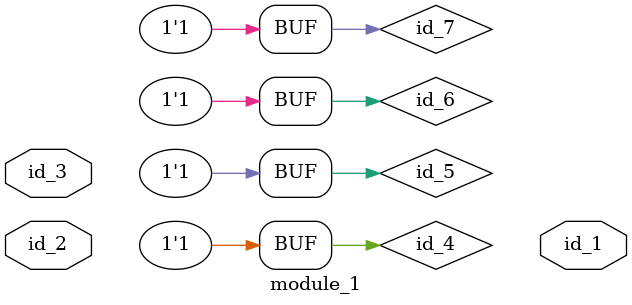
<source format=v>
module module_0 (
    id_1,
    id_2,
    id_3,
    id_4,
    id_5,
    id_6
);
  input wire id_6;
  input wire id_5;
  input wire id_4;
  inout wire id_3;
  inout wire id_2;
  output wire id_1;
  wire id_7, id_8, id_9;
  assign id_2 = id_8;
endmodule
module module_1 (
    id_1,
    id_2,
    id_3
);
  input wire id_3;
  input wire id_2;
  output wire id_1;
  supply1 id_4, id_5, id_6, id_7;
  always id_6 = -1 / id_7;
  module_0 modCall_1 (
      id_4,
      id_6,
      id_7,
      id_3,
      id_6,
      id_4
  );
  assign id_4 = -1'b0;
  wire id_8;
endmodule

</source>
